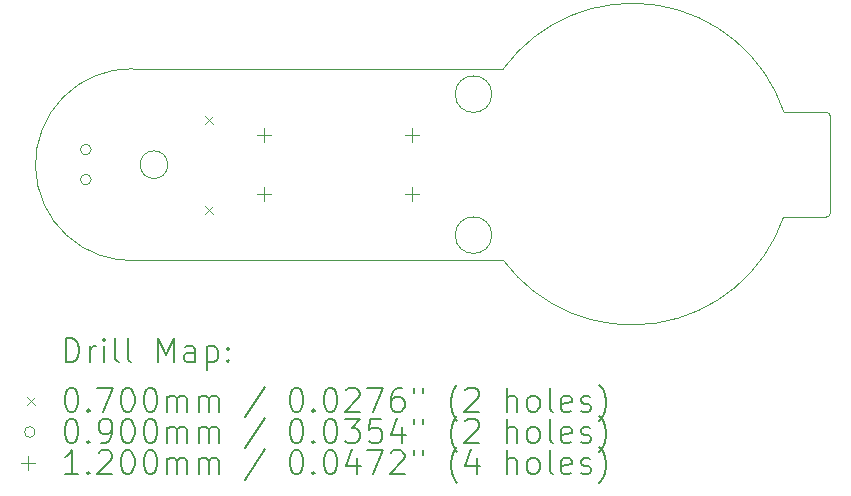
<source format=gbr>
%TF.GenerationSoftware,KiCad,Pcbnew,8.0.4*%
%TF.CreationDate,2024-08-28T21:18:08+02:00*%
%TF.ProjectId,Project1LedTorch,50726f6a-6563-4743-914c-6564546f7263,1*%
%TF.SameCoordinates,Original*%
%TF.FileFunction,Drillmap*%
%TF.FilePolarity,Positive*%
%FSLAX45Y45*%
G04 Gerber Fmt 4.5, Leading zero omitted, Abs format (unit mm)*
G04 Created by KiCad (PCBNEW 8.0.4) date 2024-08-28 21:18:08*
%MOMM*%
%LPD*%
G01*
G04 APERTURE LIST*
%ADD10C,0.050000*%
%ADD11C,0.200000*%
%ADD12C,0.100000*%
%ADD13C,0.120000*%
G04 APERTURE END LIST*
D10*
X17993098Y-10286029D02*
G75*
G02*
X15621000Y-10654018I-1283597J444811D01*
G01*
X12484100Y-9029700D02*
X15621000Y-9029700D01*
X12524082Y-10653683D02*
G75*
G02*
X12484100Y-9029700I-52831J811183D01*
G01*
X18351500Y-9398000D02*
X17995900Y-9398000D01*
X15521502Y-10439400D02*
G75*
G02*
X15212498Y-10439400I-154502J0D01*
G01*
X15212498Y-10439400D02*
G75*
G02*
X15521502Y-10439400I154502J0D01*
G01*
X18351500Y-10287000D02*
X17993098Y-10286029D01*
X15621000Y-9029700D02*
G75*
G02*
X17995555Y-9397595I1091855J-799847D01*
G01*
X15521502Y-9245600D02*
G75*
G02*
X15212498Y-9245600I-154502J0D01*
G01*
X15212498Y-9245600D02*
G75*
G02*
X15521502Y-9245600I154502J0D01*
G01*
X12778988Y-9842500D02*
G75*
G02*
X12544812Y-9842500I-117088J0D01*
G01*
X12544812Y-9842500D02*
G75*
G02*
X12778988Y-9842500I117088J0D01*
G01*
X18389600Y-10248900D02*
G75*
G02*
X18351500Y-10287000I-38100J0D01*
G01*
X18351500Y-9398000D02*
G75*
G02*
X18389600Y-9436100I0J-38100D01*
G01*
X12524082Y-10653683D02*
X15621000Y-10654018D01*
X18389600Y-10248900D02*
X18389600Y-9436100D01*
D11*
D12*
X13091600Y-9426500D02*
X13161600Y-9496500D01*
X13161600Y-9426500D02*
X13091600Y-9496500D01*
X13091600Y-10188500D02*
X13161600Y-10258500D01*
X13161600Y-10188500D02*
X13091600Y-10258500D01*
X12130200Y-9715000D02*
G75*
G02*
X12040200Y-9715000I-45000J0D01*
G01*
X12040200Y-9715000D02*
G75*
G02*
X12130200Y-9715000I45000J0D01*
G01*
X12130200Y-9969000D02*
G75*
G02*
X12040200Y-9969000I-45000J0D01*
G01*
X12040200Y-9969000D02*
G75*
G02*
X12130200Y-9969000I45000J0D01*
G01*
D13*
X13593800Y-9532500D02*
X13593800Y-9652500D01*
X13533800Y-9592500D02*
X13653800Y-9592500D01*
X13593800Y-10032500D02*
X13593800Y-10152500D01*
X13533800Y-10092500D02*
X13653800Y-10092500D01*
X14843800Y-9532500D02*
X14843800Y-9652500D01*
X14783800Y-9592500D02*
X14903800Y-9592500D01*
X14843800Y-10032500D02*
X14843800Y-10152500D01*
X14783800Y-10092500D02*
X14903800Y-10092500D01*
D11*
X11916626Y-11513685D02*
X11916626Y-11313685D01*
X11916626Y-11313685D02*
X11964245Y-11313685D01*
X11964245Y-11313685D02*
X11992817Y-11323209D01*
X11992817Y-11323209D02*
X12011864Y-11342257D01*
X12011864Y-11342257D02*
X12021388Y-11361304D01*
X12021388Y-11361304D02*
X12030912Y-11399399D01*
X12030912Y-11399399D02*
X12030912Y-11427971D01*
X12030912Y-11427971D02*
X12021388Y-11466066D01*
X12021388Y-11466066D02*
X12011864Y-11485114D01*
X12011864Y-11485114D02*
X11992817Y-11504161D01*
X11992817Y-11504161D02*
X11964245Y-11513685D01*
X11964245Y-11513685D02*
X11916626Y-11513685D01*
X12116626Y-11513685D02*
X12116626Y-11380352D01*
X12116626Y-11418447D02*
X12126150Y-11399399D01*
X12126150Y-11399399D02*
X12135674Y-11389876D01*
X12135674Y-11389876D02*
X12154721Y-11380352D01*
X12154721Y-11380352D02*
X12173769Y-11380352D01*
X12240436Y-11513685D02*
X12240436Y-11380352D01*
X12240436Y-11313685D02*
X12230912Y-11323209D01*
X12230912Y-11323209D02*
X12240436Y-11332733D01*
X12240436Y-11332733D02*
X12249959Y-11323209D01*
X12249959Y-11323209D02*
X12240436Y-11313685D01*
X12240436Y-11313685D02*
X12240436Y-11332733D01*
X12364245Y-11513685D02*
X12345198Y-11504161D01*
X12345198Y-11504161D02*
X12335674Y-11485114D01*
X12335674Y-11485114D02*
X12335674Y-11313685D01*
X12469007Y-11513685D02*
X12449959Y-11504161D01*
X12449959Y-11504161D02*
X12440436Y-11485114D01*
X12440436Y-11485114D02*
X12440436Y-11313685D01*
X12697579Y-11513685D02*
X12697579Y-11313685D01*
X12697579Y-11313685D02*
X12764245Y-11456542D01*
X12764245Y-11456542D02*
X12830912Y-11313685D01*
X12830912Y-11313685D02*
X12830912Y-11513685D01*
X13011864Y-11513685D02*
X13011864Y-11408923D01*
X13011864Y-11408923D02*
X13002340Y-11389876D01*
X13002340Y-11389876D02*
X12983293Y-11380352D01*
X12983293Y-11380352D02*
X12945198Y-11380352D01*
X12945198Y-11380352D02*
X12926150Y-11389876D01*
X13011864Y-11504161D02*
X12992817Y-11513685D01*
X12992817Y-11513685D02*
X12945198Y-11513685D01*
X12945198Y-11513685D02*
X12926150Y-11504161D01*
X12926150Y-11504161D02*
X12916626Y-11485114D01*
X12916626Y-11485114D02*
X12916626Y-11466066D01*
X12916626Y-11466066D02*
X12926150Y-11447018D01*
X12926150Y-11447018D02*
X12945198Y-11437495D01*
X12945198Y-11437495D02*
X12992817Y-11437495D01*
X12992817Y-11437495D02*
X13011864Y-11427971D01*
X13107102Y-11380352D02*
X13107102Y-11580352D01*
X13107102Y-11389876D02*
X13126150Y-11380352D01*
X13126150Y-11380352D02*
X13164245Y-11380352D01*
X13164245Y-11380352D02*
X13183293Y-11389876D01*
X13183293Y-11389876D02*
X13192817Y-11399399D01*
X13192817Y-11399399D02*
X13202340Y-11418447D01*
X13202340Y-11418447D02*
X13202340Y-11475590D01*
X13202340Y-11475590D02*
X13192817Y-11494637D01*
X13192817Y-11494637D02*
X13183293Y-11504161D01*
X13183293Y-11504161D02*
X13164245Y-11513685D01*
X13164245Y-11513685D02*
X13126150Y-11513685D01*
X13126150Y-11513685D02*
X13107102Y-11504161D01*
X13288055Y-11494637D02*
X13297579Y-11504161D01*
X13297579Y-11504161D02*
X13288055Y-11513685D01*
X13288055Y-11513685D02*
X13278531Y-11504161D01*
X13278531Y-11504161D02*
X13288055Y-11494637D01*
X13288055Y-11494637D02*
X13288055Y-11513685D01*
X13288055Y-11389876D02*
X13297579Y-11399399D01*
X13297579Y-11399399D02*
X13288055Y-11408923D01*
X13288055Y-11408923D02*
X13278531Y-11399399D01*
X13278531Y-11399399D02*
X13288055Y-11389876D01*
X13288055Y-11389876D02*
X13288055Y-11408923D01*
D12*
X11585849Y-11807201D02*
X11655849Y-11877201D01*
X11655849Y-11807201D02*
X11585849Y-11877201D01*
D11*
X11954721Y-11733685D02*
X11973769Y-11733685D01*
X11973769Y-11733685D02*
X11992817Y-11743209D01*
X11992817Y-11743209D02*
X12002340Y-11752733D01*
X12002340Y-11752733D02*
X12011864Y-11771780D01*
X12011864Y-11771780D02*
X12021388Y-11809876D01*
X12021388Y-11809876D02*
X12021388Y-11857495D01*
X12021388Y-11857495D02*
X12011864Y-11895590D01*
X12011864Y-11895590D02*
X12002340Y-11914637D01*
X12002340Y-11914637D02*
X11992817Y-11924161D01*
X11992817Y-11924161D02*
X11973769Y-11933685D01*
X11973769Y-11933685D02*
X11954721Y-11933685D01*
X11954721Y-11933685D02*
X11935674Y-11924161D01*
X11935674Y-11924161D02*
X11926150Y-11914637D01*
X11926150Y-11914637D02*
X11916626Y-11895590D01*
X11916626Y-11895590D02*
X11907102Y-11857495D01*
X11907102Y-11857495D02*
X11907102Y-11809876D01*
X11907102Y-11809876D02*
X11916626Y-11771780D01*
X11916626Y-11771780D02*
X11926150Y-11752733D01*
X11926150Y-11752733D02*
X11935674Y-11743209D01*
X11935674Y-11743209D02*
X11954721Y-11733685D01*
X12107102Y-11914637D02*
X12116626Y-11924161D01*
X12116626Y-11924161D02*
X12107102Y-11933685D01*
X12107102Y-11933685D02*
X12097579Y-11924161D01*
X12097579Y-11924161D02*
X12107102Y-11914637D01*
X12107102Y-11914637D02*
X12107102Y-11933685D01*
X12183293Y-11733685D02*
X12316626Y-11733685D01*
X12316626Y-11733685D02*
X12230912Y-11933685D01*
X12430912Y-11733685D02*
X12449960Y-11733685D01*
X12449960Y-11733685D02*
X12469007Y-11743209D01*
X12469007Y-11743209D02*
X12478531Y-11752733D01*
X12478531Y-11752733D02*
X12488055Y-11771780D01*
X12488055Y-11771780D02*
X12497579Y-11809876D01*
X12497579Y-11809876D02*
X12497579Y-11857495D01*
X12497579Y-11857495D02*
X12488055Y-11895590D01*
X12488055Y-11895590D02*
X12478531Y-11914637D01*
X12478531Y-11914637D02*
X12469007Y-11924161D01*
X12469007Y-11924161D02*
X12449960Y-11933685D01*
X12449960Y-11933685D02*
X12430912Y-11933685D01*
X12430912Y-11933685D02*
X12411864Y-11924161D01*
X12411864Y-11924161D02*
X12402340Y-11914637D01*
X12402340Y-11914637D02*
X12392817Y-11895590D01*
X12392817Y-11895590D02*
X12383293Y-11857495D01*
X12383293Y-11857495D02*
X12383293Y-11809876D01*
X12383293Y-11809876D02*
X12392817Y-11771780D01*
X12392817Y-11771780D02*
X12402340Y-11752733D01*
X12402340Y-11752733D02*
X12411864Y-11743209D01*
X12411864Y-11743209D02*
X12430912Y-11733685D01*
X12621388Y-11733685D02*
X12640436Y-11733685D01*
X12640436Y-11733685D02*
X12659483Y-11743209D01*
X12659483Y-11743209D02*
X12669007Y-11752733D01*
X12669007Y-11752733D02*
X12678531Y-11771780D01*
X12678531Y-11771780D02*
X12688055Y-11809876D01*
X12688055Y-11809876D02*
X12688055Y-11857495D01*
X12688055Y-11857495D02*
X12678531Y-11895590D01*
X12678531Y-11895590D02*
X12669007Y-11914637D01*
X12669007Y-11914637D02*
X12659483Y-11924161D01*
X12659483Y-11924161D02*
X12640436Y-11933685D01*
X12640436Y-11933685D02*
X12621388Y-11933685D01*
X12621388Y-11933685D02*
X12602340Y-11924161D01*
X12602340Y-11924161D02*
X12592817Y-11914637D01*
X12592817Y-11914637D02*
X12583293Y-11895590D01*
X12583293Y-11895590D02*
X12573769Y-11857495D01*
X12573769Y-11857495D02*
X12573769Y-11809876D01*
X12573769Y-11809876D02*
X12583293Y-11771780D01*
X12583293Y-11771780D02*
X12592817Y-11752733D01*
X12592817Y-11752733D02*
X12602340Y-11743209D01*
X12602340Y-11743209D02*
X12621388Y-11733685D01*
X12773769Y-11933685D02*
X12773769Y-11800352D01*
X12773769Y-11819399D02*
X12783293Y-11809876D01*
X12783293Y-11809876D02*
X12802340Y-11800352D01*
X12802340Y-11800352D02*
X12830912Y-11800352D01*
X12830912Y-11800352D02*
X12849960Y-11809876D01*
X12849960Y-11809876D02*
X12859483Y-11828923D01*
X12859483Y-11828923D02*
X12859483Y-11933685D01*
X12859483Y-11828923D02*
X12869007Y-11809876D01*
X12869007Y-11809876D02*
X12888055Y-11800352D01*
X12888055Y-11800352D02*
X12916626Y-11800352D01*
X12916626Y-11800352D02*
X12935674Y-11809876D01*
X12935674Y-11809876D02*
X12945198Y-11828923D01*
X12945198Y-11828923D02*
X12945198Y-11933685D01*
X13040436Y-11933685D02*
X13040436Y-11800352D01*
X13040436Y-11819399D02*
X13049960Y-11809876D01*
X13049960Y-11809876D02*
X13069007Y-11800352D01*
X13069007Y-11800352D02*
X13097579Y-11800352D01*
X13097579Y-11800352D02*
X13116626Y-11809876D01*
X13116626Y-11809876D02*
X13126150Y-11828923D01*
X13126150Y-11828923D02*
X13126150Y-11933685D01*
X13126150Y-11828923D02*
X13135674Y-11809876D01*
X13135674Y-11809876D02*
X13154721Y-11800352D01*
X13154721Y-11800352D02*
X13183293Y-11800352D01*
X13183293Y-11800352D02*
X13202341Y-11809876D01*
X13202341Y-11809876D02*
X13211864Y-11828923D01*
X13211864Y-11828923D02*
X13211864Y-11933685D01*
X13602341Y-11724161D02*
X13430912Y-11981304D01*
X13859483Y-11733685D02*
X13878531Y-11733685D01*
X13878531Y-11733685D02*
X13897579Y-11743209D01*
X13897579Y-11743209D02*
X13907103Y-11752733D01*
X13907103Y-11752733D02*
X13916626Y-11771780D01*
X13916626Y-11771780D02*
X13926150Y-11809876D01*
X13926150Y-11809876D02*
X13926150Y-11857495D01*
X13926150Y-11857495D02*
X13916626Y-11895590D01*
X13916626Y-11895590D02*
X13907103Y-11914637D01*
X13907103Y-11914637D02*
X13897579Y-11924161D01*
X13897579Y-11924161D02*
X13878531Y-11933685D01*
X13878531Y-11933685D02*
X13859483Y-11933685D01*
X13859483Y-11933685D02*
X13840436Y-11924161D01*
X13840436Y-11924161D02*
X13830912Y-11914637D01*
X13830912Y-11914637D02*
X13821388Y-11895590D01*
X13821388Y-11895590D02*
X13811864Y-11857495D01*
X13811864Y-11857495D02*
X13811864Y-11809876D01*
X13811864Y-11809876D02*
X13821388Y-11771780D01*
X13821388Y-11771780D02*
X13830912Y-11752733D01*
X13830912Y-11752733D02*
X13840436Y-11743209D01*
X13840436Y-11743209D02*
X13859483Y-11733685D01*
X14011864Y-11914637D02*
X14021388Y-11924161D01*
X14021388Y-11924161D02*
X14011864Y-11933685D01*
X14011864Y-11933685D02*
X14002341Y-11924161D01*
X14002341Y-11924161D02*
X14011864Y-11914637D01*
X14011864Y-11914637D02*
X14011864Y-11933685D01*
X14145198Y-11733685D02*
X14164245Y-11733685D01*
X14164245Y-11733685D02*
X14183293Y-11743209D01*
X14183293Y-11743209D02*
X14192817Y-11752733D01*
X14192817Y-11752733D02*
X14202341Y-11771780D01*
X14202341Y-11771780D02*
X14211864Y-11809876D01*
X14211864Y-11809876D02*
X14211864Y-11857495D01*
X14211864Y-11857495D02*
X14202341Y-11895590D01*
X14202341Y-11895590D02*
X14192817Y-11914637D01*
X14192817Y-11914637D02*
X14183293Y-11924161D01*
X14183293Y-11924161D02*
X14164245Y-11933685D01*
X14164245Y-11933685D02*
X14145198Y-11933685D01*
X14145198Y-11933685D02*
X14126150Y-11924161D01*
X14126150Y-11924161D02*
X14116626Y-11914637D01*
X14116626Y-11914637D02*
X14107103Y-11895590D01*
X14107103Y-11895590D02*
X14097579Y-11857495D01*
X14097579Y-11857495D02*
X14097579Y-11809876D01*
X14097579Y-11809876D02*
X14107103Y-11771780D01*
X14107103Y-11771780D02*
X14116626Y-11752733D01*
X14116626Y-11752733D02*
X14126150Y-11743209D01*
X14126150Y-11743209D02*
X14145198Y-11733685D01*
X14288055Y-11752733D02*
X14297579Y-11743209D01*
X14297579Y-11743209D02*
X14316626Y-11733685D01*
X14316626Y-11733685D02*
X14364245Y-11733685D01*
X14364245Y-11733685D02*
X14383293Y-11743209D01*
X14383293Y-11743209D02*
X14392817Y-11752733D01*
X14392817Y-11752733D02*
X14402341Y-11771780D01*
X14402341Y-11771780D02*
X14402341Y-11790828D01*
X14402341Y-11790828D02*
X14392817Y-11819399D01*
X14392817Y-11819399D02*
X14278531Y-11933685D01*
X14278531Y-11933685D02*
X14402341Y-11933685D01*
X14469007Y-11733685D02*
X14602341Y-11733685D01*
X14602341Y-11733685D02*
X14516626Y-11933685D01*
X14764245Y-11733685D02*
X14726150Y-11733685D01*
X14726150Y-11733685D02*
X14707103Y-11743209D01*
X14707103Y-11743209D02*
X14697579Y-11752733D01*
X14697579Y-11752733D02*
X14678531Y-11781304D01*
X14678531Y-11781304D02*
X14669007Y-11819399D01*
X14669007Y-11819399D02*
X14669007Y-11895590D01*
X14669007Y-11895590D02*
X14678531Y-11914637D01*
X14678531Y-11914637D02*
X14688055Y-11924161D01*
X14688055Y-11924161D02*
X14707103Y-11933685D01*
X14707103Y-11933685D02*
X14745198Y-11933685D01*
X14745198Y-11933685D02*
X14764245Y-11924161D01*
X14764245Y-11924161D02*
X14773769Y-11914637D01*
X14773769Y-11914637D02*
X14783293Y-11895590D01*
X14783293Y-11895590D02*
X14783293Y-11847971D01*
X14783293Y-11847971D02*
X14773769Y-11828923D01*
X14773769Y-11828923D02*
X14764245Y-11819399D01*
X14764245Y-11819399D02*
X14745198Y-11809876D01*
X14745198Y-11809876D02*
X14707103Y-11809876D01*
X14707103Y-11809876D02*
X14688055Y-11819399D01*
X14688055Y-11819399D02*
X14678531Y-11828923D01*
X14678531Y-11828923D02*
X14669007Y-11847971D01*
X14859484Y-11733685D02*
X14859484Y-11771780D01*
X14935674Y-11733685D02*
X14935674Y-11771780D01*
X15230912Y-12009876D02*
X15221388Y-12000352D01*
X15221388Y-12000352D02*
X15202341Y-11971780D01*
X15202341Y-11971780D02*
X15192817Y-11952733D01*
X15192817Y-11952733D02*
X15183293Y-11924161D01*
X15183293Y-11924161D02*
X15173769Y-11876542D01*
X15173769Y-11876542D02*
X15173769Y-11838447D01*
X15173769Y-11838447D02*
X15183293Y-11790828D01*
X15183293Y-11790828D02*
X15192817Y-11762257D01*
X15192817Y-11762257D02*
X15202341Y-11743209D01*
X15202341Y-11743209D02*
X15221388Y-11714637D01*
X15221388Y-11714637D02*
X15230912Y-11705114D01*
X15297579Y-11752733D02*
X15307103Y-11743209D01*
X15307103Y-11743209D02*
X15326150Y-11733685D01*
X15326150Y-11733685D02*
X15373769Y-11733685D01*
X15373769Y-11733685D02*
X15392817Y-11743209D01*
X15392817Y-11743209D02*
X15402341Y-11752733D01*
X15402341Y-11752733D02*
X15411865Y-11771780D01*
X15411865Y-11771780D02*
X15411865Y-11790828D01*
X15411865Y-11790828D02*
X15402341Y-11819399D01*
X15402341Y-11819399D02*
X15288055Y-11933685D01*
X15288055Y-11933685D02*
X15411865Y-11933685D01*
X15649960Y-11933685D02*
X15649960Y-11733685D01*
X15735674Y-11933685D02*
X15735674Y-11828923D01*
X15735674Y-11828923D02*
X15726150Y-11809876D01*
X15726150Y-11809876D02*
X15707103Y-11800352D01*
X15707103Y-11800352D02*
X15678531Y-11800352D01*
X15678531Y-11800352D02*
X15659484Y-11809876D01*
X15659484Y-11809876D02*
X15649960Y-11819399D01*
X15859484Y-11933685D02*
X15840436Y-11924161D01*
X15840436Y-11924161D02*
X15830912Y-11914637D01*
X15830912Y-11914637D02*
X15821388Y-11895590D01*
X15821388Y-11895590D02*
X15821388Y-11838447D01*
X15821388Y-11838447D02*
X15830912Y-11819399D01*
X15830912Y-11819399D02*
X15840436Y-11809876D01*
X15840436Y-11809876D02*
X15859484Y-11800352D01*
X15859484Y-11800352D02*
X15888055Y-11800352D01*
X15888055Y-11800352D02*
X15907103Y-11809876D01*
X15907103Y-11809876D02*
X15916627Y-11819399D01*
X15916627Y-11819399D02*
X15926150Y-11838447D01*
X15926150Y-11838447D02*
X15926150Y-11895590D01*
X15926150Y-11895590D02*
X15916627Y-11914637D01*
X15916627Y-11914637D02*
X15907103Y-11924161D01*
X15907103Y-11924161D02*
X15888055Y-11933685D01*
X15888055Y-11933685D02*
X15859484Y-11933685D01*
X16040436Y-11933685D02*
X16021388Y-11924161D01*
X16021388Y-11924161D02*
X16011865Y-11905114D01*
X16011865Y-11905114D02*
X16011865Y-11733685D01*
X16192817Y-11924161D02*
X16173769Y-11933685D01*
X16173769Y-11933685D02*
X16135674Y-11933685D01*
X16135674Y-11933685D02*
X16116627Y-11924161D01*
X16116627Y-11924161D02*
X16107103Y-11905114D01*
X16107103Y-11905114D02*
X16107103Y-11828923D01*
X16107103Y-11828923D02*
X16116627Y-11809876D01*
X16116627Y-11809876D02*
X16135674Y-11800352D01*
X16135674Y-11800352D02*
X16173769Y-11800352D01*
X16173769Y-11800352D02*
X16192817Y-11809876D01*
X16192817Y-11809876D02*
X16202341Y-11828923D01*
X16202341Y-11828923D02*
X16202341Y-11847971D01*
X16202341Y-11847971D02*
X16107103Y-11867018D01*
X16278531Y-11924161D02*
X16297579Y-11933685D01*
X16297579Y-11933685D02*
X16335674Y-11933685D01*
X16335674Y-11933685D02*
X16354722Y-11924161D01*
X16354722Y-11924161D02*
X16364246Y-11905114D01*
X16364246Y-11905114D02*
X16364246Y-11895590D01*
X16364246Y-11895590D02*
X16354722Y-11876542D01*
X16354722Y-11876542D02*
X16335674Y-11867018D01*
X16335674Y-11867018D02*
X16307103Y-11867018D01*
X16307103Y-11867018D02*
X16288055Y-11857495D01*
X16288055Y-11857495D02*
X16278531Y-11838447D01*
X16278531Y-11838447D02*
X16278531Y-11828923D01*
X16278531Y-11828923D02*
X16288055Y-11809876D01*
X16288055Y-11809876D02*
X16307103Y-11800352D01*
X16307103Y-11800352D02*
X16335674Y-11800352D01*
X16335674Y-11800352D02*
X16354722Y-11809876D01*
X16430912Y-12009876D02*
X16440436Y-12000352D01*
X16440436Y-12000352D02*
X16459484Y-11971780D01*
X16459484Y-11971780D02*
X16469008Y-11952733D01*
X16469008Y-11952733D02*
X16478531Y-11924161D01*
X16478531Y-11924161D02*
X16488055Y-11876542D01*
X16488055Y-11876542D02*
X16488055Y-11838447D01*
X16488055Y-11838447D02*
X16478531Y-11790828D01*
X16478531Y-11790828D02*
X16469008Y-11762257D01*
X16469008Y-11762257D02*
X16459484Y-11743209D01*
X16459484Y-11743209D02*
X16440436Y-11714637D01*
X16440436Y-11714637D02*
X16430912Y-11705114D01*
D12*
X11655849Y-12106201D02*
G75*
G02*
X11565849Y-12106201I-45000J0D01*
G01*
X11565849Y-12106201D02*
G75*
G02*
X11655849Y-12106201I45000J0D01*
G01*
D11*
X11954721Y-11997685D02*
X11973769Y-11997685D01*
X11973769Y-11997685D02*
X11992817Y-12007209D01*
X11992817Y-12007209D02*
X12002340Y-12016733D01*
X12002340Y-12016733D02*
X12011864Y-12035780D01*
X12011864Y-12035780D02*
X12021388Y-12073876D01*
X12021388Y-12073876D02*
X12021388Y-12121495D01*
X12021388Y-12121495D02*
X12011864Y-12159590D01*
X12011864Y-12159590D02*
X12002340Y-12178637D01*
X12002340Y-12178637D02*
X11992817Y-12188161D01*
X11992817Y-12188161D02*
X11973769Y-12197685D01*
X11973769Y-12197685D02*
X11954721Y-12197685D01*
X11954721Y-12197685D02*
X11935674Y-12188161D01*
X11935674Y-12188161D02*
X11926150Y-12178637D01*
X11926150Y-12178637D02*
X11916626Y-12159590D01*
X11916626Y-12159590D02*
X11907102Y-12121495D01*
X11907102Y-12121495D02*
X11907102Y-12073876D01*
X11907102Y-12073876D02*
X11916626Y-12035780D01*
X11916626Y-12035780D02*
X11926150Y-12016733D01*
X11926150Y-12016733D02*
X11935674Y-12007209D01*
X11935674Y-12007209D02*
X11954721Y-11997685D01*
X12107102Y-12178637D02*
X12116626Y-12188161D01*
X12116626Y-12188161D02*
X12107102Y-12197685D01*
X12107102Y-12197685D02*
X12097579Y-12188161D01*
X12097579Y-12188161D02*
X12107102Y-12178637D01*
X12107102Y-12178637D02*
X12107102Y-12197685D01*
X12211864Y-12197685D02*
X12249959Y-12197685D01*
X12249959Y-12197685D02*
X12269007Y-12188161D01*
X12269007Y-12188161D02*
X12278531Y-12178637D01*
X12278531Y-12178637D02*
X12297579Y-12150066D01*
X12297579Y-12150066D02*
X12307102Y-12111971D01*
X12307102Y-12111971D02*
X12307102Y-12035780D01*
X12307102Y-12035780D02*
X12297579Y-12016733D01*
X12297579Y-12016733D02*
X12288055Y-12007209D01*
X12288055Y-12007209D02*
X12269007Y-11997685D01*
X12269007Y-11997685D02*
X12230912Y-11997685D01*
X12230912Y-11997685D02*
X12211864Y-12007209D01*
X12211864Y-12007209D02*
X12202340Y-12016733D01*
X12202340Y-12016733D02*
X12192817Y-12035780D01*
X12192817Y-12035780D02*
X12192817Y-12083399D01*
X12192817Y-12083399D02*
X12202340Y-12102447D01*
X12202340Y-12102447D02*
X12211864Y-12111971D01*
X12211864Y-12111971D02*
X12230912Y-12121495D01*
X12230912Y-12121495D02*
X12269007Y-12121495D01*
X12269007Y-12121495D02*
X12288055Y-12111971D01*
X12288055Y-12111971D02*
X12297579Y-12102447D01*
X12297579Y-12102447D02*
X12307102Y-12083399D01*
X12430912Y-11997685D02*
X12449960Y-11997685D01*
X12449960Y-11997685D02*
X12469007Y-12007209D01*
X12469007Y-12007209D02*
X12478531Y-12016733D01*
X12478531Y-12016733D02*
X12488055Y-12035780D01*
X12488055Y-12035780D02*
X12497579Y-12073876D01*
X12497579Y-12073876D02*
X12497579Y-12121495D01*
X12497579Y-12121495D02*
X12488055Y-12159590D01*
X12488055Y-12159590D02*
X12478531Y-12178637D01*
X12478531Y-12178637D02*
X12469007Y-12188161D01*
X12469007Y-12188161D02*
X12449960Y-12197685D01*
X12449960Y-12197685D02*
X12430912Y-12197685D01*
X12430912Y-12197685D02*
X12411864Y-12188161D01*
X12411864Y-12188161D02*
X12402340Y-12178637D01*
X12402340Y-12178637D02*
X12392817Y-12159590D01*
X12392817Y-12159590D02*
X12383293Y-12121495D01*
X12383293Y-12121495D02*
X12383293Y-12073876D01*
X12383293Y-12073876D02*
X12392817Y-12035780D01*
X12392817Y-12035780D02*
X12402340Y-12016733D01*
X12402340Y-12016733D02*
X12411864Y-12007209D01*
X12411864Y-12007209D02*
X12430912Y-11997685D01*
X12621388Y-11997685D02*
X12640436Y-11997685D01*
X12640436Y-11997685D02*
X12659483Y-12007209D01*
X12659483Y-12007209D02*
X12669007Y-12016733D01*
X12669007Y-12016733D02*
X12678531Y-12035780D01*
X12678531Y-12035780D02*
X12688055Y-12073876D01*
X12688055Y-12073876D02*
X12688055Y-12121495D01*
X12688055Y-12121495D02*
X12678531Y-12159590D01*
X12678531Y-12159590D02*
X12669007Y-12178637D01*
X12669007Y-12178637D02*
X12659483Y-12188161D01*
X12659483Y-12188161D02*
X12640436Y-12197685D01*
X12640436Y-12197685D02*
X12621388Y-12197685D01*
X12621388Y-12197685D02*
X12602340Y-12188161D01*
X12602340Y-12188161D02*
X12592817Y-12178637D01*
X12592817Y-12178637D02*
X12583293Y-12159590D01*
X12583293Y-12159590D02*
X12573769Y-12121495D01*
X12573769Y-12121495D02*
X12573769Y-12073876D01*
X12573769Y-12073876D02*
X12583293Y-12035780D01*
X12583293Y-12035780D02*
X12592817Y-12016733D01*
X12592817Y-12016733D02*
X12602340Y-12007209D01*
X12602340Y-12007209D02*
X12621388Y-11997685D01*
X12773769Y-12197685D02*
X12773769Y-12064352D01*
X12773769Y-12083399D02*
X12783293Y-12073876D01*
X12783293Y-12073876D02*
X12802340Y-12064352D01*
X12802340Y-12064352D02*
X12830912Y-12064352D01*
X12830912Y-12064352D02*
X12849960Y-12073876D01*
X12849960Y-12073876D02*
X12859483Y-12092923D01*
X12859483Y-12092923D02*
X12859483Y-12197685D01*
X12859483Y-12092923D02*
X12869007Y-12073876D01*
X12869007Y-12073876D02*
X12888055Y-12064352D01*
X12888055Y-12064352D02*
X12916626Y-12064352D01*
X12916626Y-12064352D02*
X12935674Y-12073876D01*
X12935674Y-12073876D02*
X12945198Y-12092923D01*
X12945198Y-12092923D02*
X12945198Y-12197685D01*
X13040436Y-12197685D02*
X13040436Y-12064352D01*
X13040436Y-12083399D02*
X13049960Y-12073876D01*
X13049960Y-12073876D02*
X13069007Y-12064352D01*
X13069007Y-12064352D02*
X13097579Y-12064352D01*
X13097579Y-12064352D02*
X13116626Y-12073876D01*
X13116626Y-12073876D02*
X13126150Y-12092923D01*
X13126150Y-12092923D02*
X13126150Y-12197685D01*
X13126150Y-12092923D02*
X13135674Y-12073876D01*
X13135674Y-12073876D02*
X13154721Y-12064352D01*
X13154721Y-12064352D02*
X13183293Y-12064352D01*
X13183293Y-12064352D02*
X13202341Y-12073876D01*
X13202341Y-12073876D02*
X13211864Y-12092923D01*
X13211864Y-12092923D02*
X13211864Y-12197685D01*
X13602341Y-11988161D02*
X13430912Y-12245304D01*
X13859483Y-11997685D02*
X13878531Y-11997685D01*
X13878531Y-11997685D02*
X13897579Y-12007209D01*
X13897579Y-12007209D02*
X13907103Y-12016733D01*
X13907103Y-12016733D02*
X13916626Y-12035780D01*
X13916626Y-12035780D02*
X13926150Y-12073876D01*
X13926150Y-12073876D02*
X13926150Y-12121495D01*
X13926150Y-12121495D02*
X13916626Y-12159590D01*
X13916626Y-12159590D02*
X13907103Y-12178637D01*
X13907103Y-12178637D02*
X13897579Y-12188161D01*
X13897579Y-12188161D02*
X13878531Y-12197685D01*
X13878531Y-12197685D02*
X13859483Y-12197685D01*
X13859483Y-12197685D02*
X13840436Y-12188161D01*
X13840436Y-12188161D02*
X13830912Y-12178637D01*
X13830912Y-12178637D02*
X13821388Y-12159590D01*
X13821388Y-12159590D02*
X13811864Y-12121495D01*
X13811864Y-12121495D02*
X13811864Y-12073876D01*
X13811864Y-12073876D02*
X13821388Y-12035780D01*
X13821388Y-12035780D02*
X13830912Y-12016733D01*
X13830912Y-12016733D02*
X13840436Y-12007209D01*
X13840436Y-12007209D02*
X13859483Y-11997685D01*
X14011864Y-12178637D02*
X14021388Y-12188161D01*
X14021388Y-12188161D02*
X14011864Y-12197685D01*
X14011864Y-12197685D02*
X14002341Y-12188161D01*
X14002341Y-12188161D02*
X14011864Y-12178637D01*
X14011864Y-12178637D02*
X14011864Y-12197685D01*
X14145198Y-11997685D02*
X14164245Y-11997685D01*
X14164245Y-11997685D02*
X14183293Y-12007209D01*
X14183293Y-12007209D02*
X14192817Y-12016733D01*
X14192817Y-12016733D02*
X14202341Y-12035780D01*
X14202341Y-12035780D02*
X14211864Y-12073876D01*
X14211864Y-12073876D02*
X14211864Y-12121495D01*
X14211864Y-12121495D02*
X14202341Y-12159590D01*
X14202341Y-12159590D02*
X14192817Y-12178637D01*
X14192817Y-12178637D02*
X14183293Y-12188161D01*
X14183293Y-12188161D02*
X14164245Y-12197685D01*
X14164245Y-12197685D02*
X14145198Y-12197685D01*
X14145198Y-12197685D02*
X14126150Y-12188161D01*
X14126150Y-12188161D02*
X14116626Y-12178637D01*
X14116626Y-12178637D02*
X14107103Y-12159590D01*
X14107103Y-12159590D02*
X14097579Y-12121495D01*
X14097579Y-12121495D02*
X14097579Y-12073876D01*
X14097579Y-12073876D02*
X14107103Y-12035780D01*
X14107103Y-12035780D02*
X14116626Y-12016733D01*
X14116626Y-12016733D02*
X14126150Y-12007209D01*
X14126150Y-12007209D02*
X14145198Y-11997685D01*
X14278531Y-11997685D02*
X14402341Y-11997685D01*
X14402341Y-11997685D02*
X14335674Y-12073876D01*
X14335674Y-12073876D02*
X14364245Y-12073876D01*
X14364245Y-12073876D02*
X14383293Y-12083399D01*
X14383293Y-12083399D02*
X14392817Y-12092923D01*
X14392817Y-12092923D02*
X14402341Y-12111971D01*
X14402341Y-12111971D02*
X14402341Y-12159590D01*
X14402341Y-12159590D02*
X14392817Y-12178637D01*
X14392817Y-12178637D02*
X14383293Y-12188161D01*
X14383293Y-12188161D02*
X14364245Y-12197685D01*
X14364245Y-12197685D02*
X14307103Y-12197685D01*
X14307103Y-12197685D02*
X14288055Y-12188161D01*
X14288055Y-12188161D02*
X14278531Y-12178637D01*
X14583293Y-11997685D02*
X14488055Y-11997685D01*
X14488055Y-11997685D02*
X14478531Y-12092923D01*
X14478531Y-12092923D02*
X14488055Y-12083399D01*
X14488055Y-12083399D02*
X14507103Y-12073876D01*
X14507103Y-12073876D02*
X14554722Y-12073876D01*
X14554722Y-12073876D02*
X14573769Y-12083399D01*
X14573769Y-12083399D02*
X14583293Y-12092923D01*
X14583293Y-12092923D02*
X14592817Y-12111971D01*
X14592817Y-12111971D02*
X14592817Y-12159590D01*
X14592817Y-12159590D02*
X14583293Y-12178637D01*
X14583293Y-12178637D02*
X14573769Y-12188161D01*
X14573769Y-12188161D02*
X14554722Y-12197685D01*
X14554722Y-12197685D02*
X14507103Y-12197685D01*
X14507103Y-12197685D02*
X14488055Y-12188161D01*
X14488055Y-12188161D02*
X14478531Y-12178637D01*
X14764245Y-12064352D02*
X14764245Y-12197685D01*
X14716626Y-11988161D02*
X14669007Y-12131018D01*
X14669007Y-12131018D02*
X14792817Y-12131018D01*
X14859484Y-11997685D02*
X14859484Y-12035780D01*
X14935674Y-11997685D02*
X14935674Y-12035780D01*
X15230912Y-12273876D02*
X15221388Y-12264352D01*
X15221388Y-12264352D02*
X15202341Y-12235780D01*
X15202341Y-12235780D02*
X15192817Y-12216733D01*
X15192817Y-12216733D02*
X15183293Y-12188161D01*
X15183293Y-12188161D02*
X15173769Y-12140542D01*
X15173769Y-12140542D02*
X15173769Y-12102447D01*
X15173769Y-12102447D02*
X15183293Y-12054828D01*
X15183293Y-12054828D02*
X15192817Y-12026257D01*
X15192817Y-12026257D02*
X15202341Y-12007209D01*
X15202341Y-12007209D02*
X15221388Y-11978637D01*
X15221388Y-11978637D02*
X15230912Y-11969114D01*
X15297579Y-12016733D02*
X15307103Y-12007209D01*
X15307103Y-12007209D02*
X15326150Y-11997685D01*
X15326150Y-11997685D02*
X15373769Y-11997685D01*
X15373769Y-11997685D02*
X15392817Y-12007209D01*
X15392817Y-12007209D02*
X15402341Y-12016733D01*
X15402341Y-12016733D02*
X15411865Y-12035780D01*
X15411865Y-12035780D02*
X15411865Y-12054828D01*
X15411865Y-12054828D02*
X15402341Y-12083399D01*
X15402341Y-12083399D02*
X15288055Y-12197685D01*
X15288055Y-12197685D02*
X15411865Y-12197685D01*
X15649960Y-12197685D02*
X15649960Y-11997685D01*
X15735674Y-12197685D02*
X15735674Y-12092923D01*
X15735674Y-12092923D02*
X15726150Y-12073876D01*
X15726150Y-12073876D02*
X15707103Y-12064352D01*
X15707103Y-12064352D02*
X15678531Y-12064352D01*
X15678531Y-12064352D02*
X15659484Y-12073876D01*
X15659484Y-12073876D02*
X15649960Y-12083399D01*
X15859484Y-12197685D02*
X15840436Y-12188161D01*
X15840436Y-12188161D02*
X15830912Y-12178637D01*
X15830912Y-12178637D02*
X15821388Y-12159590D01*
X15821388Y-12159590D02*
X15821388Y-12102447D01*
X15821388Y-12102447D02*
X15830912Y-12083399D01*
X15830912Y-12083399D02*
X15840436Y-12073876D01*
X15840436Y-12073876D02*
X15859484Y-12064352D01*
X15859484Y-12064352D02*
X15888055Y-12064352D01*
X15888055Y-12064352D02*
X15907103Y-12073876D01*
X15907103Y-12073876D02*
X15916627Y-12083399D01*
X15916627Y-12083399D02*
X15926150Y-12102447D01*
X15926150Y-12102447D02*
X15926150Y-12159590D01*
X15926150Y-12159590D02*
X15916627Y-12178637D01*
X15916627Y-12178637D02*
X15907103Y-12188161D01*
X15907103Y-12188161D02*
X15888055Y-12197685D01*
X15888055Y-12197685D02*
X15859484Y-12197685D01*
X16040436Y-12197685D02*
X16021388Y-12188161D01*
X16021388Y-12188161D02*
X16011865Y-12169114D01*
X16011865Y-12169114D02*
X16011865Y-11997685D01*
X16192817Y-12188161D02*
X16173769Y-12197685D01*
X16173769Y-12197685D02*
X16135674Y-12197685D01*
X16135674Y-12197685D02*
X16116627Y-12188161D01*
X16116627Y-12188161D02*
X16107103Y-12169114D01*
X16107103Y-12169114D02*
X16107103Y-12092923D01*
X16107103Y-12092923D02*
X16116627Y-12073876D01*
X16116627Y-12073876D02*
X16135674Y-12064352D01*
X16135674Y-12064352D02*
X16173769Y-12064352D01*
X16173769Y-12064352D02*
X16192817Y-12073876D01*
X16192817Y-12073876D02*
X16202341Y-12092923D01*
X16202341Y-12092923D02*
X16202341Y-12111971D01*
X16202341Y-12111971D02*
X16107103Y-12131018D01*
X16278531Y-12188161D02*
X16297579Y-12197685D01*
X16297579Y-12197685D02*
X16335674Y-12197685D01*
X16335674Y-12197685D02*
X16354722Y-12188161D01*
X16354722Y-12188161D02*
X16364246Y-12169114D01*
X16364246Y-12169114D02*
X16364246Y-12159590D01*
X16364246Y-12159590D02*
X16354722Y-12140542D01*
X16354722Y-12140542D02*
X16335674Y-12131018D01*
X16335674Y-12131018D02*
X16307103Y-12131018D01*
X16307103Y-12131018D02*
X16288055Y-12121495D01*
X16288055Y-12121495D02*
X16278531Y-12102447D01*
X16278531Y-12102447D02*
X16278531Y-12092923D01*
X16278531Y-12092923D02*
X16288055Y-12073876D01*
X16288055Y-12073876D02*
X16307103Y-12064352D01*
X16307103Y-12064352D02*
X16335674Y-12064352D01*
X16335674Y-12064352D02*
X16354722Y-12073876D01*
X16430912Y-12273876D02*
X16440436Y-12264352D01*
X16440436Y-12264352D02*
X16459484Y-12235780D01*
X16459484Y-12235780D02*
X16469008Y-12216733D01*
X16469008Y-12216733D02*
X16478531Y-12188161D01*
X16478531Y-12188161D02*
X16488055Y-12140542D01*
X16488055Y-12140542D02*
X16488055Y-12102447D01*
X16488055Y-12102447D02*
X16478531Y-12054828D01*
X16478531Y-12054828D02*
X16469008Y-12026257D01*
X16469008Y-12026257D02*
X16459484Y-12007209D01*
X16459484Y-12007209D02*
X16440436Y-11978637D01*
X16440436Y-11978637D02*
X16430912Y-11969114D01*
D13*
X11595849Y-12310201D02*
X11595849Y-12430201D01*
X11535849Y-12370201D02*
X11655849Y-12370201D01*
D11*
X12021388Y-12461685D02*
X11907102Y-12461685D01*
X11964245Y-12461685D02*
X11964245Y-12261685D01*
X11964245Y-12261685D02*
X11945198Y-12290257D01*
X11945198Y-12290257D02*
X11926150Y-12309304D01*
X11926150Y-12309304D02*
X11907102Y-12318828D01*
X12107102Y-12442637D02*
X12116626Y-12452161D01*
X12116626Y-12452161D02*
X12107102Y-12461685D01*
X12107102Y-12461685D02*
X12097579Y-12452161D01*
X12097579Y-12452161D02*
X12107102Y-12442637D01*
X12107102Y-12442637D02*
X12107102Y-12461685D01*
X12192817Y-12280733D02*
X12202340Y-12271209D01*
X12202340Y-12271209D02*
X12221388Y-12261685D01*
X12221388Y-12261685D02*
X12269007Y-12261685D01*
X12269007Y-12261685D02*
X12288055Y-12271209D01*
X12288055Y-12271209D02*
X12297579Y-12280733D01*
X12297579Y-12280733D02*
X12307102Y-12299780D01*
X12307102Y-12299780D02*
X12307102Y-12318828D01*
X12307102Y-12318828D02*
X12297579Y-12347399D01*
X12297579Y-12347399D02*
X12183293Y-12461685D01*
X12183293Y-12461685D02*
X12307102Y-12461685D01*
X12430912Y-12261685D02*
X12449960Y-12261685D01*
X12449960Y-12261685D02*
X12469007Y-12271209D01*
X12469007Y-12271209D02*
X12478531Y-12280733D01*
X12478531Y-12280733D02*
X12488055Y-12299780D01*
X12488055Y-12299780D02*
X12497579Y-12337876D01*
X12497579Y-12337876D02*
X12497579Y-12385495D01*
X12497579Y-12385495D02*
X12488055Y-12423590D01*
X12488055Y-12423590D02*
X12478531Y-12442637D01*
X12478531Y-12442637D02*
X12469007Y-12452161D01*
X12469007Y-12452161D02*
X12449960Y-12461685D01*
X12449960Y-12461685D02*
X12430912Y-12461685D01*
X12430912Y-12461685D02*
X12411864Y-12452161D01*
X12411864Y-12452161D02*
X12402340Y-12442637D01*
X12402340Y-12442637D02*
X12392817Y-12423590D01*
X12392817Y-12423590D02*
X12383293Y-12385495D01*
X12383293Y-12385495D02*
X12383293Y-12337876D01*
X12383293Y-12337876D02*
X12392817Y-12299780D01*
X12392817Y-12299780D02*
X12402340Y-12280733D01*
X12402340Y-12280733D02*
X12411864Y-12271209D01*
X12411864Y-12271209D02*
X12430912Y-12261685D01*
X12621388Y-12261685D02*
X12640436Y-12261685D01*
X12640436Y-12261685D02*
X12659483Y-12271209D01*
X12659483Y-12271209D02*
X12669007Y-12280733D01*
X12669007Y-12280733D02*
X12678531Y-12299780D01*
X12678531Y-12299780D02*
X12688055Y-12337876D01*
X12688055Y-12337876D02*
X12688055Y-12385495D01*
X12688055Y-12385495D02*
X12678531Y-12423590D01*
X12678531Y-12423590D02*
X12669007Y-12442637D01*
X12669007Y-12442637D02*
X12659483Y-12452161D01*
X12659483Y-12452161D02*
X12640436Y-12461685D01*
X12640436Y-12461685D02*
X12621388Y-12461685D01*
X12621388Y-12461685D02*
X12602340Y-12452161D01*
X12602340Y-12452161D02*
X12592817Y-12442637D01*
X12592817Y-12442637D02*
X12583293Y-12423590D01*
X12583293Y-12423590D02*
X12573769Y-12385495D01*
X12573769Y-12385495D02*
X12573769Y-12337876D01*
X12573769Y-12337876D02*
X12583293Y-12299780D01*
X12583293Y-12299780D02*
X12592817Y-12280733D01*
X12592817Y-12280733D02*
X12602340Y-12271209D01*
X12602340Y-12271209D02*
X12621388Y-12261685D01*
X12773769Y-12461685D02*
X12773769Y-12328352D01*
X12773769Y-12347399D02*
X12783293Y-12337876D01*
X12783293Y-12337876D02*
X12802340Y-12328352D01*
X12802340Y-12328352D02*
X12830912Y-12328352D01*
X12830912Y-12328352D02*
X12849960Y-12337876D01*
X12849960Y-12337876D02*
X12859483Y-12356923D01*
X12859483Y-12356923D02*
X12859483Y-12461685D01*
X12859483Y-12356923D02*
X12869007Y-12337876D01*
X12869007Y-12337876D02*
X12888055Y-12328352D01*
X12888055Y-12328352D02*
X12916626Y-12328352D01*
X12916626Y-12328352D02*
X12935674Y-12337876D01*
X12935674Y-12337876D02*
X12945198Y-12356923D01*
X12945198Y-12356923D02*
X12945198Y-12461685D01*
X13040436Y-12461685D02*
X13040436Y-12328352D01*
X13040436Y-12347399D02*
X13049960Y-12337876D01*
X13049960Y-12337876D02*
X13069007Y-12328352D01*
X13069007Y-12328352D02*
X13097579Y-12328352D01*
X13097579Y-12328352D02*
X13116626Y-12337876D01*
X13116626Y-12337876D02*
X13126150Y-12356923D01*
X13126150Y-12356923D02*
X13126150Y-12461685D01*
X13126150Y-12356923D02*
X13135674Y-12337876D01*
X13135674Y-12337876D02*
X13154721Y-12328352D01*
X13154721Y-12328352D02*
X13183293Y-12328352D01*
X13183293Y-12328352D02*
X13202341Y-12337876D01*
X13202341Y-12337876D02*
X13211864Y-12356923D01*
X13211864Y-12356923D02*
X13211864Y-12461685D01*
X13602341Y-12252161D02*
X13430912Y-12509304D01*
X13859483Y-12261685D02*
X13878531Y-12261685D01*
X13878531Y-12261685D02*
X13897579Y-12271209D01*
X13897579Y-12271209D02*
X13907103Y-12280733D01*
X13907103Y-12280733D02*
X13916626Y-12299780D01*
X13916626Y-12299780D02*
X13926150Y-12337876D01*
X13926150Y-12337876D02*
X13926150Y-12385495D01*
X13926150Y-12385495D02*
X13916626Y-12423590D01*
X13916626Y-12423590D02*
X13907103Y-12442637D01*
X13907103Y-12442637D02*
X13897579Y-12452161D01*
X13897579Y-12452161D02*
X13878531Y-12461685D01*
X13878531Y-12461685D02*
X13859483Y-12461685D01*
X13859483Y-12461685D02*
X13840436Y-12452161D01*
X13840436Y-12452161D02*
X13830912Y-12442637D01*
X13830912Y-12442637D02*
X13821388Y-12423590D01*
X13821388Y-12423590D02*
X13811864Y-12385495D01*
X13811864Y-12385495D02*
X13811864Y-12337876D01*
X13811864Y-12337876D02*
X13821388Y-12299780D01*
X13821388Y-12299780D02*
X13830912Y-12280733D01*
X13830912Y-12280733D02*
X13840436Y-12271209D01*
X13840436Y-12271209D02*
X13859483Y-12261685D01*
X14011864Y-12442637D02*
X14021388Y-12452161D01*
X14021388Y-12452161D02*
X14011864Y-12461685D01*
X14011864Y-12461685D02*
X14002341Y-12452161D01*
X14002341Y-12452161D02*
X14011864Y-12442637D01*
X14011864Y-12442637D02*
X14011864Y-12461685D01*
X14145198Y-12261685D02*
X14164245Y-12261685D01*
X14164245Y-12261685D02*
X14183293Y-12271209D01*
X14183293Y-12271209D02*
X14192817Y-12280733D01*
X14192817Y-12280733D02*
X14202341Y-12299780D01*
X14202341Y-12299780D02*
X14211864Y-12337876D01*
X14211864Y-12337876D02*
X14211864Y-12385495D01*
X14211864Y-12385495D02*
X14202341Y-12423590D01*
X14202341Y-12423590D02*
X14192817Y-12442637D01*
X14192817Y-12442637D02*
X14183293Y-12452161D01*
X14183293Y-12452161D02*
X14164245Y-12461685D01*
X14164245Y-12461685D02*
X14145198Y-12461685D01*
X14145198Y-12461685D02*
X14126150Y-12452161D01*
X14126150Y-12452161D02*
X14116626Y-12442637D01*
X14116626Y-12442637D02*
X14107103Y-12423590D01*
X14107103Y-12423590D02*
X14097579Y-12385495D01*
X14097579Y-12385495D02*
X14097579Y-12337876D01*
X14097579Y-12337876D02*
X14107103Y-12299780D01*
X14107103Y-12299780D02*
X14116626Y-12280733D01*
X14116626Y-12280733D02*
X14126150Y-12271209D01*
X14126150Y-12271209D02*
X14145198Y-12261685D01*
X14383293Y-12328352D02*
X14383293Y-12461685D01*
X14335674Y-12252161D02*
X14288055Y-12395018D01*
X14288055Y-12395018D02*
X14411864Y-12395018D01*
X14469007Y-12261685D02*
X14602341Y-12261685D01*
X14602341Y-12261685D02*
X14516626Y-12461685D01*
X14669007Y-12280733D02*
X14678531Y-12271209D01*
X14678531Y-12271209D02*
X14697579Y-12261685D01*
X14697579Y-12261685D02*
X14745198Y-12261685D01*
X14745198Y-12261685D02*
X14764245Y-12271209D01*
X14764245Y-12271209D02*
X14773769Y-12280733D01*
X14773769Y-12280733D02*
X14783293Y-12299780D01*
X14783293Y-12299780D02*
X14783293Y-12318828D01*
X14783293Y-12318828D02*
X14773769Y-12347399D01*
X14773769Y-12347399D02*
X14659484Y-12461685D01*
X14659484Y-12461685D02*
X14783293Y-12461685D01*
X14859484Y-12261685D02*
X14859484Y-12299780D01*
X14935674Y-12261685D02*
X14935674Y-12299780D01*
X15230912Y-12537876D02*
X15221388Y-12528352D01*
X15221388Y-12528352D02*
X15202341Y-12499780D01*
X15202341Y-12499780D02*
X15192817Y-12480733D01*
X15192817Y-12480733D02*
X15183293Y-12452161D01*
X15183293Y-12452161D02*
X15173769Y-12404542D01*
X15173769Y-12404542D02*
X15173769Y-12366447D01*
X15173769Y-12366447D02*
X15183293Y-12318828D01*
X15183293Y-12318828D02*
X15192817Y-12290257D01*
X15192817Y-12290257D02*
X15202341Y-12271209D01*
X15202341Y-12271209D02*
X15221388Y-12242637D01*
X15221388Y-12242637D02*
X15230912Y-12233114D01*
X15392817Y-12328352D02*
X15392817Y-12461685D01*
X15345198Y-12252161D02*
X15297579Y-12395018D01*
X15297579Y-12395018D02*
X15421388Y-12395018D01*
X15649960Y-12461685D02*
X15649960Y-12261685D01*
X15735674Y-12461685D02*
X15735674Y-12356923D01*
X15735674Y-12356923D02*
X15726150Y-12337876D01*
X15726150Y-12337876D02*
X15707103Y-12328352D01*
X15707103Y-12328352D02*
X15678531Y-12328352D01*
X15678531Y-12328352D02*
X15659484Y-12337876D01*
X15659484Y-12337876D02*
X15649960Y-12347399D01*
X15859484Y-12461685D02*
X15840436Y-12452161D01*
X15840436Y-12452161D02*
X15830912Y-12442637D01*
X15830912Y-12442637D02*
X15821388Y-12423590D01*
X15821388Y-12423590D02*
X15821388Y-12366447D01*
X15821388Y-12366447D02*
X15830912Y-12347399D01*
X15830912Y-12347399D02*
X15840436Y-12337876D01*
X15840436Y-12337876D02*
X15859484Y-12328352D01*
X15859484Y-12328352D02*
X15888055Y-12328352D01*
X15888055Y-12328352D02*
X15907103Y-12337876D01*
X15907103Y-12337876D02*
X15916627Y-12347399D01*
X15916627Y-12347399D02*
X15926150Y-12366447D01*
X15926150Y-12366447D02*
X15926150Y-12423590D01*
X15926150Y-12423590D02*
X15916627Y-12442637D01*
X15916627Y-12442637D02*
X15907103Y-12452161D01*
X15907103Y-12452161D02*
X15888055Y-12461685D01*
X15888055Y-12461685D02*
X15859484Y-12461685D01*
X16040436Y-12461685D02*
X16021388Y-12452161D01*
X16021388Y-12452161D02*
X16011865Y-12433114D01*
X16011865Y-12433114D02*
X16011865Y-12261685D01*
X16192817Y-12452161D02*
X16173769Y-12461685D01*
X16173769Y-12461685D02*
X16135674Y-12461685D01*
X16135674Y-12461685D02*
X16116627Y-12452161D01*
X16116627Y-12452161D02*
X16107103Y-12433114D01*
X16107103Y-12433114D02*
X16107103Y-12356923D01*
X16107103Y-12356923D02*
X16116627Y-12337876D01*
X16116627Y-12337876D02*
X16135674Y-12328352D01*
X16135674Y-12328352D02*
X16173769Y-12328352D01*
X16173769Y-12328352D02*
X16192817Y-12337876D01*
X16192817Y-12337876D02*
X16202341Y-12356923D01*
X16202341Y-12356923D02*
X16202341Y-12375971D01*
X16202341Y-12375971D02*
X16107103Y-12395018D01*
X16278531Y-12452161D02*
X16297579Y-12461685D01*
X16297579Y-12461685D02*
X16335674Y-12461685D01*
X16335674Y-12461685D02*
X16354722Y-12452161D01*
X16354722Y-12452161D02*
X16364246Y-12433114D01*
X16364246Y-12433114D02*
X16364246Y-12423590D01*
X16364246Y-12423590D02*
X16354722Y-12404542D01*
X16354722Y-12404542D02*
X16335674Y-12395018D01*
X16335674Y-12395018D02*
X16307103Y-12395018D01*
X16307103Y-12395018D02*
X16288055Y-12385495D01*
X16288055Y-12385495D02*
X16278531Y-12366447D01*
X16278531Y-12366447D02*
X16278531Y-12356923D01*
X16278531Y-12356923D02*
X16288055Y-12337876D01*
X16288055Y-12337876D02*
X16307103Y-12328352D01*
X16307103Y-12328352D02*
X16335674Y-12328352D01*
X16335674Y-12328352D02*
X16354722Y-12337876D01*
X16430912Y-12537876D02*
X16440436Y-12528352D01*
X16440436Y-12528352D02*
X16459484Y-12499780D01*
X16459484Y-12499780D02*
X16469008Y-12480733D01*
X16469008Y-12480733D02*
X16478531Y-12452161D01*
X16478531Y-12452161D02*
X16488055Y-12404542D01*
X16488055Y-12404542D02*
X16488055Y-12366447D01*
X16488055Y-12366447D02*
X16478531Y-12318828D01*
X16478531Y-12318828D02*
X16469008Y-12290257D01*
X16469008Y-12290257D02*
X16459484Y-12271209D01*
X16459484Y-12271209D02*
X16440436Y-12242637D01*
X16440436Y-12242637D02*
X16430912Y-12233114D01*
M02*

</source>
